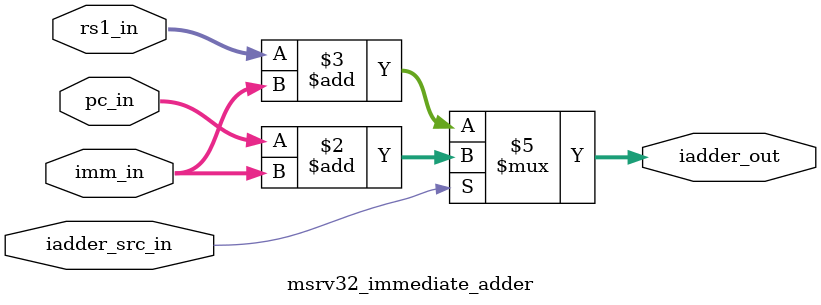
<source format=v>
module msrv32_immediate_adder(pc_in , rs1_in , iadder_src_in , imm_in , iadder_out);
input [31:0] pc_in , rs1_in , imm_in;
output reg [31:0] iadder_out;
input iadder_src_in;

always @ (*)
begin
if (iadder_src_in)
iadder_out = pc_in + imm_in ;
else
iadder_out = rs1_in + imm_in;
end
endmodule
</source>
